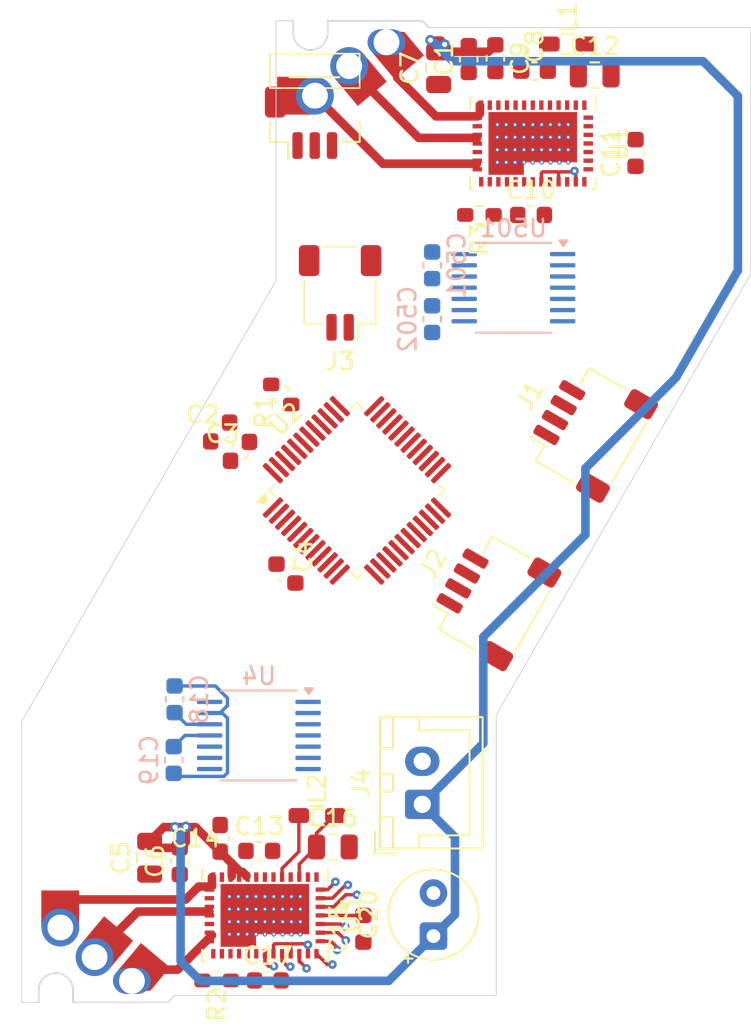
<source format=kicad_pcb>
(kicad_pcb (version 20241229) (generator "pcbnew") (generator_version "9.0")
  (layers (0 "F.Cu" signal) (4 "In1.Cu" signal) (6 "In2.Cu" signal) (2 "B.Cu" signal) (13 "F.Paste" user) (15 "B.Paste" user) (5 "F.SilkS" user "F.Silkscreen") (7 "B.SilkS" user "B.Silkscreen") (1 "F.Mask" user) (3 "B.Mask" user) (25 "Edge.Cuts" user))
  (net 0 "")
  (net 1 "VM")
  (net 2 "GND")
  (net 3 "3V3")
  (net 4 "Net-(U2-NRST)")
  (net 5 "Net-(U1-CPH)")
  (net 6 "Net-(U1-CPL)")
  (net 7 "Net-(U1-CP)")
  (net 8 "Net-(U1-AVDD)")
  (net 9 "Net-(U1-VREF{slash}ILIM)")
  (net 10 "Net-(U3-CPL)")
  (net 11 "Net-(U3-CPH)")
  (net 12 "Net-(U3-CP)")
  (net 13 "Net-(U3-VREF{slash}ILIM)")
  (net 14 "/DRV8316_setup1/3V3")
  (net 15 "Net-(U3-AVDD)")
  (net 16 "Net-(U4-VDD5V)")
  (net 17 "Net-(U501-VDD5V)")
  (net 18 "/STM32G071/SWDIO")
  (net 19 "/STM32G071/UART_RX")
  (net 20 "/STM32G071/UART_TX")
  (net 21 "/STM32G071/SWCLK")
  (net 22 "/STM32G071/SPI2_SCK")
  (net 23 "/STM32G071/SPI2_NSS")
  (net 24 "/STM32G071/SPI2_MOSI")
  (net 25 "/STM32G071/SPI2_MISO")
  (net 26 "/STM32G071/I2C1_SDA")
  (net 27 "/STM32G071/I2C1_SCL")
  (net 28 "OUTA1")
  (net 29 "OUTC1")
  (net 30 "OUTB1")
  (net 31 "Net-(U1-SW_BK)")
  (net 32 "Net-(U3-SW_BK)")
  (net 33 "Net-(U2-PB8{slash}BOOT0)")
  (net 34 "/DRV8316_setup1/nFAULT")
  (net 35 "/DRV8316_setup/nFAULT")
  (net 36 "/DRV8316_setup/SOB")
  (net 37 "SPI_DEV_MOSI")
  (net 38 "/DRV8316_setup/INA")
  (net 39 "/DRV8316_setup/SOC")
  (net 40 "/DRV8316_setup/INC")
  (net 42 "CS_DRV1")
  (net 43 "/DRV8316_setup/IN_ENABLE")
  (net 45 "SPI_DEV_CLK")
  (net 46 "/DRV8316_setup/INB")
  (net 47 "SPI_DEV_MISO")
  (net 48 "/DRV8316_setup/SOA")
  (net 50 "DRVOFF")
  (net 52 "CS_ENC2")
  (net 53 "/DRV8316_setup1/SOA")
  (net 54 "/DRV8316_setup1/INA")
  (net 55 "/DRV8316_setup1/INC")
  (net 56 "CS_ENC1")
  (net 57 "/DRV8316_setup1/SOC")
  (net 59 "CS_DRV2")
  (net 60 "/DRV8316_setup1/INB")
  (net 61 "nSLEEP")
  (net 62 "/DRV8316_setup1/SOB")
  (net 83 "/DRV8316_setup1/IN_ENABLE")
  (net 84 "OUTC2")
  (net 85 "OUTA2")
  (net 86 "OUTB2")
  (footprint "Capacitor_SMD:C_0603_1608Metric" (layer "F.Cu") (at 167 57.675 90)
    (property "Reference" "C11")
    (property "Value" "100nF")
  )
  (footprint "Library:MotorPogo_A" (layer "F.Cu") (at 145.1 50.4 180)
    (property "Reference" "J5" (hide yes))
    (property "Value" "Conn_01x03_Pin" (hide yes))
    (fp_line (start -2 -0.3) (end -2 0.4) (stroke (width 0.1)) (layer "Edge.Cuts"))
    (fp_line (start -4 -0.3) (end -4 0.4) (stroke (width 0.1)) (layer "Edge.Cuts"))
    (fp_line (start -9.5 0.4) (end -4 0.4) (stroke (width 0.1)) (layer "Edge.Cuts"))
    (fp_line (start -9.5 0.4) (end -9.9 0) (stroke (width 0.1)) (layer "Edge.Cuts"))
    (fp_arc (start -4 -0.3) (mid -3 -1.3) (end -2 -0.3) (stroke (width 0.1)) (layer "Edge.Cuts"))
  )
  (footprint "Capacitor_SMD:C_0603_1608Metric" (layer "F.Cu") (at 145.625 105.725)
    (property "Reference" "C17")
    (property "Value" "1uF")
  )
  (footprint "Inductor_SMD:L_0805_2012Metric" (layer "F.Cu") (at 148.4875 96.15)
    (property "Reference" "L2")
    (property "Value" "47uH")
  )
  (footprint "Capacitor_THT:CP_Radial_Tantal_D5.0mm_P2.50mm" (layer "F.Cu") (at 155.25 103.15 90)
    (property "Reference" "C20")
    (property "Value" "220 uF")
  )
  (footprint "Resistor_SMD:R_0603_1608Metric" (layer "F.Cu") (at 146.4 71.7 135)
    (property "Reference" "R1")
    (property "Value" "10k")
  )
  (footprint "Library:QFN-40_EP_5x7_Pitch0.5mm" (layer "F.Cu") (at 161.025 57.125 -90)
    (property "Reference" "U1")
    (property "Value" "DRV8316R")
  )
  (footprint "Capacitor_SMD:C_0603_1608Metric" (layer "F.Cu") (at 140.5 98.8 90)
    (property "Reference" "C6")
    (property "Value" "100nF")
  )
  (footprint "Capacitor_SMD:C_0805_2012Metric" (layer "F.Cu") (at 164.625 53.15)
    (property "Reference" "C12")
    (property "Value" "22uF")
  )
  (footprint "Capacitor_SMD:C_0603_1608Metric" (layer "F.Cu") (at 161.125 52.925)
    (property "Reference" "C8")
    (property "Value" "47nF")
  )
  (footprint "Capacitor_SMD:C_0603_1608Metric" (layer "F.Cu") (at 142.85 97.475 90)
    (property "Reference" "C14")
    (property "Value" "1uF")
  )
  (footprint "Connector_JST:JST_SH_SM04B-SRSS-TB_1x04-1MP_P1.00mm_Horizontal" (layer "F.Cu") (at 164.3 73.751795 60)
    (property "Reference" "J1")
    (property "Value" "Conn_01x04_Pin")
  )
  (footprint "Package_QFP:LQFP-48_7x7mm_P0.5mm" (layer "F.Cu") (at 150.805895 77.269231 45)
    (property "Reference" "U2")
    (property "Value" "STM32G071CBT6")
  )
  (footprint "Connector_JST:JST_SH_SM02B-SRSS-TB_1x02-1MP_P1.00mm_Horizontal" (layer "F.Cu") (at 149.825 65.8 180)
    (property "Reference" "J3")
    (property "Value" "Conn_01x02_Pin")
  )
  (footprint "Connector_JST:JST_XH_B2B-XH-A_1x02_P2.50mm_Vertical" (layer "F.Cu") (at 154.6 95.5 90)
    (property "Reference" "J4")
    (property "Value" "Conn_01x02_Pin")
  )
  (footprint "Capacitor_SMD:C_0603_1608Metric" (layer "F.Cu") (at 144 75 45)
    (property "Reference" "C3")
    (property "Value" "1uF")
  )
  (footprint "Resistor_SMD:R_0603_1608Metric" (layer "F.Cu") (at 157.925 61.275 180)
    (property "Reference" "R3")
    (property "Value" "5.1k")
  )
  (footprint "Capacitor_SMD:C_0603_1608Metric" (layer "F.Cu") (at 146.675 82.1 -45)
    (property "Reference" "C4")
    (property "Value" "100nF")
  )
  (footprint "Capacitor_SMD:C_0805_2012Metric" (layer "F.Cu") (at 149.4 97.975)
    (property "Reference" "C16")
    (property "Value" "22uF")
  )
  (footprint "Capacitor_SMD:C_0603_1608Metric" (layer "F.Cu") (at 142.848008 73.876992 45)
    (property "Reference" "C2")
    (property "Value" "100nF")
  )
  (footprint "Capacitor_SMD:C_0603_1608Metric" (layer "F.Cu") (at 160.925 61.275)
    (property "Reference" "C10")
    (property "Value" "1uF")
  )
  (footprint "Resistor_SMD:R_0603_1608Metric" (layer "F.Cu") (at 142.65 105.725 180)
    (property "Reference" "R2")
    (property "Value" "5.1k")
  )
  (footprint "Capacitor_SMD:C_0805_2012Metric" (layer "F.Cu") (at 155.55 52.75 90)
    (property "Reference" "C7")
    (property "Value" "10uF")
  )
  (footprint "Capacitor_SMD:C_0603_1608Metric" (layer "F.Cu") (at 158.85 52.175 -90)
    (property "Reference" "C9")
    (property "Value" "1uF")
  )
  (footprint "Capacitor_SMD:C_0603_1608Metric" (layer "F.Cu") (at 151.175 102.725 90)
    (property "Reference" "C15")
    (property "Value" "100nF")
  )
  (footprint "Inductor_SMD:L_0805_2012Metric" (layer "F.Cu") (at 163.05 51.35)
    (property "Reference" "L1")
    (property "Value" "47uH")
  )
  (footprint "Capacitor_SMD:C_0805_2012Metric" (layer "F.Cu") (at 138.75 98.6 90)
    (property "Reference" "C5")
    (property "Value" "10uF")
  )
  (footprint "Capacitor_SMD:C_0603_1608Metric" (layer "F.Cu") (at 145.125 98.2)
    (property "Reference" "C13")
    (property "Value" "47nF")
  )
  (footprint "Library:QFN-40_EP_5x7_Pitch0.5mm" (layer "F.Cu") (at 145.45 101.95 -90)
    (property "Reference" "U3")
    (property "Value" "DRV8316R")
  )
  (footprint "Capacitor_SMD:C_0603_1608Metric" (layer "F.Cu") (at 157.3 52.225 90)
    (property "Reference" "C1")
    (property "Value" "100nF")
  )
  (footprint "Connector_JST:JST_SH_SM04B-SRSS-TB_1x04-1MP_P1.00mm_Horizontal" (layer "F.Cu") (at 158.675 83.526795 60)
    (property "Reference" "J2")
    (property "Value" "Conn_01x04_Pin")
  )
  (footprint "Library:MotorPogo_B" (layer "F.Cu") (at 130.3 106.6)
    (property "Reference" "J6" (hide yes))
    (property "Value" "Conn_01x03_Pin" (hide yes))
    (fp_line (start 2 -0.3) (end 2 0.4) (stroke (width 0.1)) (layer "Edge.Cuts"))
    (fp_line (start 4 -0.3) (end 4 0.4) (stroke (width 0.1)) (layer "Edge.Cuts"))
    (fp_line (start 4 0.4) (end 9.5 0.4) (stroke (width 0.1)) (layer "Edge.Cuts"))
    (fp_line (start 9.5 0.4) (end 9.9 0) (stroke (width 0.1)) (layer "Edge.Cuts"))
    (fp_arc (start 2 -0.3) (mid 3 -1.3) (end 4 -0.3) (stroke (width 0.1)) (layer "Edge.Cuts"))
  )
  (footprint "Library:AS5048A" (layer "B.Cu") (at 145.1 91.5 180)
    (property "Reference" "U4")
    (property "Value" "~")
  )
  (footprint "Capacitor_SMD:C_0603_1608Metric" (layer "B.Cu") (at 155.175 67.325 -90)
    (property "Reference" "C502")
    (property "Value" "1 uF")
  )
  (footprint "Capacitor_SMD:C_0603_1608Metric" (layer "B.Cu") (at 140.2 89.4 90)
    (property "Reference" "C18")
    (property "Value" "2.2 uF")
  )
  (footprint "Capacitor_SMD:C_0603_1608Metric" (layer "B.Cu") (at 140.15 92.925 -90)
    (property "Reference" "C19")
    (property "Value" "1 uF")
  )
  (footprint "Capacitor_SMD:C_0603_1608Metric" (layer "B.Cu") (at 155.175 64.2 90)
    (property "Reference" "C501")
    (property "Value" "2.2 uF")
  )
  (footprint "Library:AS5048A" (layer "B.Cu") (at 159.9 65.5 180)
    (property "Reference" "U501")
    (property "Value" "~")
  )
  (gr_line (start 155 50.4) (end 173.7 50.4) (stroke (width 0.05)) (layer "Edge.Cuts"))
  (gr_line (start 147.1 50) (end 146.1 50) (stroke (width 0.05)) (layer "Edge.Cuts"))
  (gr_line (start 173.7 64.7) (end 158.9 90.318963) (stroke (width 0.05)) (layer "Edge.Cuts"))
  (gr_line (start 146.1 65.090518) (end 146.1 50) (stroke (width 0.05)) (layer "Edge.Cuts"))
  (gr_line (start 131.3 107) (end 131.3 90.709481) (stroke (width 0.05)) (layer "Edge.Cuts"))
  (gr_line (start 132.3 107) (end 131.3 107) (stroke (width 0.05)) (layer "Edge.Cuts"))
  (gr_line (start 146.1 65.090518) (end 131.3 90.709481) (stroke (width 0.05)) (layer "Edge.Cuts"))
  (gr_line (start 140.2 106.6) (end 158.9 106.6) (stroke (width 0.05)) (layer "Edge.Cuts"))
  (gr_line (start 173.7 64.7) (end 173.7 50.4) (stroke (width 0.05)) (layer "Edge.Cuts"))
  (gr_line (start 158.9 106.6) (end 158.9 90.318963) (stroke (width 0.05)) (layer "Edge.Cuts"))
  (segment (start 155.9 51.375) (end 155.676 51.151) (width 0.5) (layer "F.Cu") (net 1))
  (segment (start 139.125 98.025) (end 138.75 97.65) (width 0.5) (layer "F.Cu") (net 1))
  (segment (start 144.025 99.425) (end 144.15 99.425) (width 0.5) (layer "F.Cu") (net 1))
  (segment (start 140.85 96.8) (end 140.85 97.675) (width 0.5) (layer "F.Cu") (net 1))
  (segment (start 142.85 98.25) (end 143.526 98.926) (width 0.5) (layer "F.Cu") (net 1))
  (segment (start 143.526 98.926) (end 144.025 99.425) (width 0.5) (layer "F.Cu") (net 1))
  (segment (start 140.85 97.675) (end 140.5 98.025) (width 0.5) (layer "F.Cu") (net 1))
  (segment (start 155.676 51.151) (end 155.075 51.151) (width 0.5) (layer "F.Cu") (net 1))
  (segment (start 158.45 51.8) (end 158.85 51.4) (width 0.5) (layer "F.Cu") (net 1))
  (segment (start 144.15 99.425) (end 144.374 99.649) (width 0.5) (layer "F.Cu") (net 1))
  (segment (start 140.5 98.025) (end 139.125 98.025) (width 0.5) (layer "F.Cu") (net 1))
  (segment (start 140.225 96.825) (end 139.575 96.825) (width 0.5) (layer "F.Cu") (net 1))
  (segment (start 143.526 98.926) (end 143.526 99.674) (width 0.5) (layer "F.Cu") (net 1))
  (segment (start 140.225 96.825) (end 141.425 96.825) (width 0.5) (layer "F.Cu") (net 1))
  (segment (start 155.55 51.8) (end 158.45 51.8) (width 0.5) (layer "F.Cu") (net 1))
  (segment (start 141.425 96.825) (end 142.85 98.25) (width 0.5) (layer "F.Cu") (net 1))
  (segment (start 144.374 99.649) (end 144.374 99.674) (width 0.5) (layer "F.Cu") (net 1))
  (segment (start 139.575 96.825) (end 138.75 97.65) (width 0.5) (layer "F.Cu") (net 1))
  (via (at 140.225 96.825) (size 0.6) (drill 0.3) (layers "F.Cu" "B.Cu") (net 1))
  (via (at 155.075 51.125) (size 0.6) (drill 0.3) (layers "F.Cu" "B.Cu") (net 1))
  (via (at 155.9 51.375) (size 0.6) (drill 0.3) (layers "F.Cu" "B.Cu") (net 1))
  (via (at 140.85 96.8) (size 0.6) (drill 0.3) (layers "F.Cu" "B.Cu") (net 1))
  (segment (start 158.149 85.777868) (end 164.085657 79.841211) (width 0.5) (layer "B.Cu") (net 1))
  (segment (start 140.55 104.599) (end 140.55 96.975) (width 0.5) (layer "B.Cu") (net 1))
  (segment (start 169.358022 70.714689) (end 172.949 64.498666) (width 0.5) (layer "B.Cu") (net 1))
  (segment (start 156.375 52.35) (end 155.325 51.3) (width 0.5) (layer "B.Cu") (net 1))
  (segment (start 154.6 95.5) (end 156.501 97.401) (width 0.5) (layer "B.Cu") (net 1))
  (segment (start 154.6 95.5) (end 158.149 91.951) (width 0.5) (layer "B.Cu") (net 1))
  (segment (start 172.949 54.375) (end 170.924 52.35) (width 0.5) (layer "B.Cu") (net 1))
  (segment (start 155.25 103.15) (end 152.651 105.749) (width 0.5) (layer "B.Cu") (net 1))
  (segment (start 157.65 52.35) (end 156.375 52.35) (width 0.5) (layer "B.Cu") (net 1))
  (segment (start 141.7 105.749) (end 140.55 104.599) (width 0.5) (layer "B.Cu") (net 1))
  (segment (start 164.085657 79.841211) (end 164.085657 75.987054) (width 0.5) (layer "B.Cu") (net 1))
  (segment (start 172.949 64.498666) (end 172.949 54.375) (width 0.5) (layer "B.Cu") (net 1))
  (segment (start 164.085657 75.987054) (end 169.358022 70.714689) (width 0.5) (layer "B.Cu") (net 1))
  (segment (start 156.501 101.899) (end 155.25 103.15) (width 0.5) (layer "B.Cu") (net 1))
  (segment (start 152.651 105.749) (end 141.7 105.749) (width 0.5) (layer "B.Cu") (net 1))
  (segment (start 156.501 97.401) (end 156.501 101.899) (width 0.5) (layer "B.Cu") (net 1))
  (segment (start 158.149 91.951) (end 158.149 85.777868) (width 0.5) (layer "B.Cu") (net 1))
  (segment (start 157.65 52.35) (end 157.35 52.35) (width 0.5) (layer "B.Cu") (net 1))
  (segment (start 170.924 52.35) (end 157.65 52.35) (width 0.5) (layer "B.Cu") (net 1))
  (segment (start 143.276 89.764798) (end 142.840798 90.2) (width 0.2) (layer "B.Cu") (net 2))
  (segment (start 142.565798 88.625) (end 143.276 89.335202) (width 0.2) (layer "B.Cu") (net 2))
  (segment (start 142.840798 90.2) (end 142.2375 90.2) (width 0.2) (layer "B.Cu") (net 2))
  (segment (start 143.064798 93.876) (end 143.276 93.664798) (width 0.2) (layer "B.Cu") (net 2))
  (segment (start 142.974999 90.2) (end 142.2375 90.2) (width 0.2) (layer "B.Cu") (net 2))
  (segment (start 140.326 93.876) (end 143.064798 93.876) (width 0.2) (layer "B.Cu") (net 2))
  (segment (start 140.15 93.7) (end 140.326 93.876) (width 0.2) (layer "B.Cu") (net 2))
  (segment (start 140.2 88.625) (end 142.565798 88.625) (width 0.2) (layer "B.Cu") (net 2))
  (segment (start 143.276 89.335202) (end 143.276 89.764798) (width 0.2) (layer "B.Cu") (net 2))
  (segment (start 143.276 93.664798) (end 143.276 90.501001) (width 0.2) (layer "B.Cu") (net 2))
  (segment (start 143.276 90.501001) (end 142.974999 90.2) (width 0.2) (layer "B.Cu") (net 2))
  (segment (start 140.2 90.175) (end 140.875 90.85) (width 0.2) (layer "B.Cu") (net 3))
  (segment (start 140.875 90.85) (end 142.2375 90.85) (width 0.2) (layer "B.Cu") (net 3))
  (segment (start 148.675 101.95) (end 151.175 101.95) (width 0.2) (layer "F.Cu") (net 13))
  (segment (start 150.924 101.699) (end 151.175 101.95) (width 0.2) (layer "F.Cu") (net 13))
  (segment (start 148.45 97.975) (end 148.45 97.175) (width 0.2) (layer "F.Cu") (net 14))
  (segment (start 147.45 98.975) (end 147.45 99.725) (width 0.2) (layer "F.Cu") (net 14))
  (segment (start 148.45 97.975) (end 147.45 98.975) (width 0.2) (layer "F.Cu") (net 14))
  (segment (start 148.45 97.175) (end 149.55 96.075) (width 0.2) (layer "F.Cu") (net 14))
  (segment (start 140.15 92.15) (end 140.8 91.5) (width 0.2) (layer "B.Cu") (net 16))
  (segment (start 140.8 91.5) (end 142.2375 91.5) (width 0.2) (layer "B.Cu") (net 16))
  (segment (start 155.393053 55.549) (end 157.8 55.549) (width 0.5) (layer "F.Cu") (net 28))
  (segment (start 153.15 53.305947) (end 155.393053 55.549) (width 0.5) (layer "F.Cu") (net 28))
  (segment (start 157.949 55.4) (end 157.949 54.9) (width 0.5) (layer "F.Cu") (net 28))
  (segment (start 157.8 55.549) (end 157.949 55.4) (width 0.5) (layer "F.Cu") (net 28))
  (segment (start 153.15 51.87) (end 153.15 53.305947) (width 0.5) (layer "F.Cu") (net 28))
  (segment (start 152.31 58.3) (end 157.775 58.3) (width 0.5) (layer "F.Cu") (net 29))
  (segment (start 148.36 54.35) (end 152.31 58.3) (width 0.5) (layer "F.Cu") (net 29))
  (segment (start 154.39 56.8) (end 157.8 56.8) (width 0.5) (layer "F.Cu") (net 30))
  (segment (start 150.99 53.4) (end 154.39 56.8) (width 0.5) (layer "F.Cu") (net 30))
  (segment (start 147.425 98.248) (end 146.45 99.223) (width 0.2) (layer "F.Cu") (net 32))
  (segment (start 147.425 96.075) (end 147.425 98.248) (width 0.2) (layer "F.Cu") (net 32))
  (segment (start 146.45 99.223) (end 146.45 99.725) (width 0.2) (layer "F.Cu") (net 32))
  (segment (start 149.3 103.45) (end 149.65 103.8) (width 0.2) (layer "F.Cu") (net 37))
  (segment (start 148.675 103.45) (end 149.3 103.45) (width 0.2) (layer "F.Cu") (net 37))
  (via (at 149.65 103.95) (size 0.5) (drill 0.2) (layers "F.Cu" "B.Cu") (net 37))
  (segment (start 162.525 59.35) (end 162.525 58.848) (width 0.2) (layer "F.Cu") (net 43))
  (segment (start 162.451 58.774) (end 162.525 58.848) (width 0.2) (layer "F.Cu") (net 43))
  (segment (start 161.525 59.35) (end 161.525 58.848) (width 0.2) (layer "F.Cu") (net 43))
  (segment (start 161.599 58.774) (end 162.451 58.774) (width 0.2) (layer "F.Cu") (net 43))
  (segment (start 163.451 58.774) (end 163.525 58.848) (width 0.2) (layer "F.Cu") (net 43))
  (segment (start 163.525 58.848) (end 163.525 59.35) (width 0.2) (layer "F.Cu") (net 43))
  (segment (start 162.525 58.848) (end 162.599 58.774) (width 0.2) (layer "F.Cu") (net 43))
  (segment (start 162.599 58.774) (end 163.451 58.774) (width 0.2) (layer "F.Cu") (net 43))
  (segment (start 161.525 58.848) (end 161.599 58.774) (width 0.2) (layer "F.Cu") (net 43))
  (via (at 163.45 58.725) (size 0.5) (drill 0.2) (layers "F.Cu" "B.Cu") (net 43))
  (segment (start 150.045768 103.3) (end 150.05 103.3) (width 0.2) (layer "F.Cu") (net 45))
  (segment (start 149.695768 102.95) (end 150.045768 103.3) (width 0.2) (layer "F.Cu") (net 45))
  (segment (start 148.675 102.95) (end 149.695768 102.95) (width 0.2) (layer "F.Cu") (net 45))
  (via (at 150.15 103.4) (size 0.5) (drill 0.2) (layers "F.Cu" "B.Cu") (net 45))
  (segment (start 149.075 104.8) (end 149.375 104.8) (width 0.2) (layer "F.Cu") (net 47))
  (segment (start 148.45 104.175) (end 149.075 104.8) (width 0.2) (layer "F.Cu") (net 47))
  (via (at 149.375 104.8) (size 0.5) (drill 0.2) (layers "F.Cu" "B.Cu") (net 47))
  (segment (start 149.1 100.45) (end 149.525 100.025) (width 0.2) (layer "F.Cu") (net 53))
  (segment (start 148.675 100.45) (end 149.1 100.45) (width 0.2) (layer "F.Cu") (net 53))
  (via (at 149.55 100) (size 0.5) (drill 0.2) (layers "F.Cu" "B.Cu") (net 53))
  (segment (start 145.45 104.677) (end 145.673 104.9) (width 0.2) (layer "F.Cu") (net 54))
  (segment (start 145.45 104.175) (end 145.45 104.677) (width 0.2) (layer "F.Cu") (net 54))
  (segment (start 145.673 104.9) (end 145.975 104.9) (width 0.2) (layer "F.Cu") (net 54))
  (via (at 145.975 104.9) (size 0.5) (drill 0.2) (layers "F.Cu" "B.Cu") (net 54))
  (segment (start 147.45 104.175) (end 147.45 104.65) (width 0.2) (layer "F.Cu") (net 55))
  (segment (start 147.45 104.6) (end 147.875 105.025) (width 0.2) (layer "F.Cu") (net 55))
  (segment (start 147.45 104.175) (end 147.45 104.6) (width 0.2) (layer "F.Cu") (net 55))
  (via (at 147.875 105.025) (size 0.5) (drill 0.2) (layers "F.Cu" "B.Cu") (net 55))
  (segment (start 148.675 101.45) (end 149.45 101.45) (width 0.2) (layer "F.Cu") (net 57))
  (segment (start 149.45 101.45) (end 150.025 100.875) (width 0.2) (layer "F.Cu") (net 57))
  (segment (start 150.025 100.875) (end 150.15 100.75) (width 0.2) (layer "F.Cu") (net 57))
  (segment (start 150.15 100.75) (end 150.65 100.75) (width 0.2) (layer "F.Cu") (net 57))
  (via (at 150.8 100.75) (size 0.5) (drill 0.2) (layers "F.Cu" "B.Cu") (net 57))
  (segment (start 149.05 102.45) (end 149.85 102.45) (width 0.2) (layer "F.Cu") (net 59))
  (segment (start 149.85 102.45) (end 150 102.6) (width 0.2) (layer "F.Cu") (net 59))
  (segment (start 149.05 102.45) (end 149.295768 102.45) (width 0.2) (layer "F.Cu") (net 59))
  (segment (start 148.675 102.45) (end 149.05 102.45) (width 0.2) (layer "F.Cu") (net 59))
  (via (at 150.125 102.6) (size 0.5) (drill 0.2) (layers "F.Cu" "B.Cu") (net 59))
  (segment (start 146.45 104.59989) (end 146.85011 105) (width 0.2) (layer "F.Cu") (net 60))
  (segment (start 146.45 104.475) (end 146.45 104.59989) (width 0.2) (layer "F.Cu") (net 60))
  (segment (start 146.45 104.175) (end 146.45 104.475) (width 0.2) (layer "F.Cu") (net 60))
  (via (at 146.925 104.925) (size 0.5) (drill 0.2) (layers "F.Cu" "B.Cu") (net 60))
  (segment (start 150.275 100.179232) (end 150.345768 100.179232) (width 0.2) (layer "F.Cu") (net 62))
  (segment (start 149.379232 100.95) (end 150.15 100.179232) (width 0.2) (layer "F.Cu") (net 62))
  (segment (start 148.675 100.95) (end 149.379232 100.95) (width 0.2) (layer "F.Cu") (net 62))
  (segment (start 150.345768 100.179232) (end 150.35 100.175) (width 0.2) (layer "F.Cu") (net 62))
  (segment (start 150.15 100.179232) (end 150.275 100.179232) (width 0.2) (layer "F.Cu") (net 62))
  (via (at 150.275 100.179232) (size 0.5) (drill 0.2) (layers "F.Cu" "B.Cu") (net 62))
  (segment (start 146.024 103.599) (end 146.876 103.599) (width 0.2) (layer "F.Cu") (net 83))
  (segment (start 147.876 103.599) (end 147.95 103.673) (width 0.2) (layer "F.Cu") (net 83))
  (segment (start 146.95 104.175) (end 146.95 103.673) (width 0.2) (layer "F.Cu") (net 83))
  (segment (start 147.95 103.673) (end 147.95 104.175) (width 0.2) (layer "F.Cu") (net 83))
  (segment (start 147.024 103.599) (end 147.876 103.599) (width 0.2) (layer "F.Cu") (net 83))
  (segment (start 145.95 103.673) (end 146.024 103.599) (width 0.2) (layer "F.Cu") (net 83))
  (segment (start 145.95 104.175) (end 145.95 103.673) (width 0.2) (layer "F.Cu") (net 83))
  (segment (start 146.95 103.673) (end 147.024 103.599) (width 0.2) (layer "F.Cu") (net 83))
  (segment (start 146.876 103.599) (end 146.95 103.673) (width 0.2) (layer "F.Cu") (net 83))
  (via (at 147.95 103.65) (size 0.5) (drill 0.2) (layers "F.Cu" "B.Cu") (net 83))
  (segment (start 138.38 105.1) (end 140.375 105.1) (width 0.5) (layer "F.Cu") (net 84))
  (segment (start 140.375 105.1) (end 142.375 103.1) (width 0.5) (layer "F.Cu") (net 84))
  (segment (start 134.126 101.024) (end 140.849 101.024) (width 0.5) (layer "F.Cu") (net 85))
  (segment (start 133.55 101.6) (end 134.126 101.024) (width 0.5) (layer "F.Cu") (net 85))
  (segment (start 142.35 100.275) (end 142.374 100.251) (width 0.5) (layer "F.Cu") (net 85))
  (segment (start 142.374 100.251) (end 142.374 99.725) (width 0.5) (layer "F.Cu") (net 85))
  (segment (start 141.598 100.275) (end 142.35 100.275) (width 0.5) (layer "F.Cu") (net 85))
  (segment (start 140.849 101.024) (end 141.598 100.275) (width 0.5) (layer "F.Cu") (net 85))
  (segment (start 136.24 103.55) (end 138.065 101.725) (width 0.5) (layer "F.Cu") (net 86))
  (segment (start 138.065 101.725) (end 142.225 101.725) (width 0.5) (layer "F.Cu") (net 86))
)
</source>
